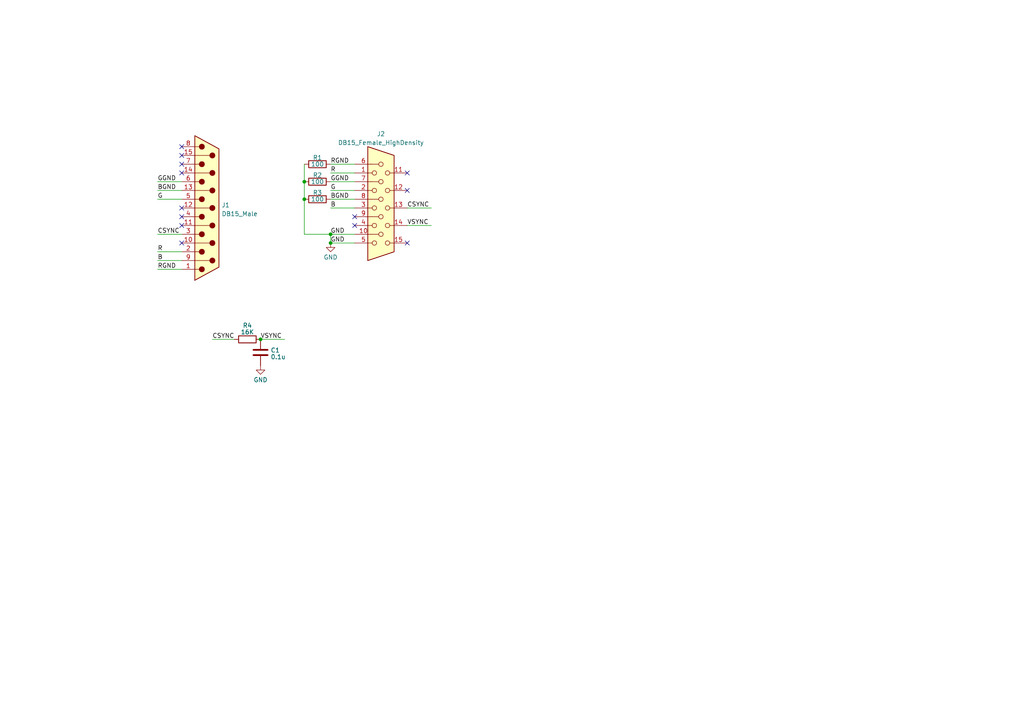
<source format=kicad_sch>
(kicad_sch (version 20230121) (generator eeschema)
  (paper "A4")
  (lib_symbols
    (symbol "Connector:DB15_Female_HighDensity" (pin_names (offset 1.016) hide)
      (property "Reference" "J" (at 0 21.59 0))
      (property "Value" "DB15_Female_HighDensity" (at 0 19.05 0))
      (symbol "DB15_Female_HighDensity_0_1"
        (circle (center -1.905 -10.16) (radius 0.635))
        (circle (center -1.905 -5.08) (radius 0.635))
        (circle (center -1.905 0) (radius 0.635))
        (circle (center -1.905 5.08) (radius 0.635))
        (circle (center -1.905 10.16) (radius 0.635))
        (circle (center 0 -7.62) (radius 0.635))
        (circle (center 0 -2.54) (radius 0.635))
        (polyline (pts (xy -3.175 7.62) (xy -0.635 7.62)))
        (polyline (pts (xy -0.635 -7.62) (xy -3.175 -7.62)))
        (polyline (pts (xy -0.635 -2.54) (xy -3.175 -2.54)))
        (polyline (pts (xy -0.635 2.54) (xy -3.175 2.54)))
        (polyline (pts (xy -0.635 12.7) (xy -3.175 12.7)))
        (polyline (pts (xy -3.81 17.78) (xy -3.81 -15.24) (xy 3.81 -12.7) (xy 3.81 15.24) (xy -3.81 17.78)) (stroke (width 0.254)) (fill (type background)))
        (circle (center 0 2.54) (radius 0.635))
        (circle (center 0 7.62) (radius 0.635))
        (circle (center 0 12.7) (radius 0.635))
        (circle (center 1.905 -10.16) (radius 0.635))
        (circle (center 1.905 -5.08) (radius 0.635))
        (circle (center 1.905 0) (radius 0.635))
        (circle (center 1.905 5.08) (radius 0.635))
        (circle (center 1.905 10.16) (radius 0.635))
      )
      (symbol "DB15_Female_HighDensity_1_1"
        (pin passive line (at -7.62 10.16 0) (length 5.08) (name "~") (number "1"))
        (pin passive line (at -7.62 -7.62 0) (length 5.08) (name "~") (number "10"))
        (pin passive line (at 7.62 10.16 180) (length 5.08) (name "~") (number "11"))
        (pin passive line (at 7.62 5.08 180) (length 5.08) (name "~") (number "12"))
        (pin passive line (at 7.62 0 180) (length 5.08) (name "~") (number "13"))
        (pin passive line (at 7.62 -5.08 180) (length 5.08) (name "~") (number "14"))
        (pin passive line (at 7.62 -10.16 180) (length 5.08) (name "~") (number "15"))
        (pin passive line (at -7.62 5.08 0) (length 5.08) (name "~") (number "2"))
        (pin passive line (at -7.62 0 0) (length 5.08) (name "~") (number "3"))
        (pin passive line (at -7.62 -5.08 0) (length 5.08) (name "~") (number "4"))
        (pin passive line (at -7.62 -10.16 0) (length 5.08) (name "~") (number "5"))
        (pin passive line (at -7.62 12.7 0) (length 5.08) (name "~") (number "6"))
        (pin passive line (at -7.62 7.62 0) (length 5.08) (name "~") (number "7"))
        (pin passive line (at -7.62 2.54 0) (length 5.08) (name "~") (number "8"))
        (pin passive line (at -7.62 -2.54 0) (length 5.08) (name "~") (number "9"))
      )
    )
    (symbol "Connector:DB15_Male" (pin_names (offset 1.016) hide)
      (property "Reference" "J" (at 0.508 21.59 0))
      (property "Value" "DB15_Male" (at 0 -22.225 0))
      (symbol "DB15_Male_0_1"
        (circle (center -1.778 -17.78) (radius 0.762) (fill (type outline)))
        (circle (center -1.778 -12.7) (radius 0.762) (fill (type outline)))
        (circle (center -1.778 -7.62) (radius 0.762) (fill (type outline)))
        (circle (center -1.778 -2.54) (radius 0.762) (fill (type outline)))
        (circle (center -1.778 2.54) (radius 0.762) (fill (type outline)))
        (circle (center -1.778 7.62) (radius 0.762) (fill (type outline)))
        (circle (center -1.778 12.7) (radius 0.762) (fill (type outline)))
        (circle (center -1.778 17.78) (radius 0.762) (fill (type outline)))
        (polyline (pts (xy -3.81 -17.78) (xy -2.54 -17.78)))
        (polyline (pts (xy -3.81 -15.24) (xy 0.508 -15.24)))
        (polyline (pts (xy -3.81 -12.7) (xy -2.54 -12.7)))
        (polyline (pts (xy -3.81 -10.16) (xy 0.508 -10.16)))
        (polyline (pts (xy -3.81 -7.62) (xy -2.54 -7.62)))
        (polyline (pts (xy -3.81 -5.08) (xy 0.508 -5.08)))
        (polyline (pts (xy -3.81 -2.54) (xy -2.54 -2.54)))
        (polyline (pts (xy -3.81 0) (xy 0.508 0)))
        (polyline (pts (xy -3.81 2.54) (xy -2.54 2.54)))
        (polyline (pts (xy -3.81 5.08) (xy 0.508 5.08)))
        (polyline (pts (xy -3.81 7.62) (xy -2.54 7.62)))
        (polyline (pts (xy -3.81 10.16) (xy 0.508 10.16)))
        (polyline (pts (xy -3.81 12.7) (xy -2.54 12.7)))
        (polyline (pts (xy -3.81 15.24) (xy 0.508 15.24)))
        (polyline (pts (xy -3.81 17.78) (xy -2.54 17.78)))
        (polyline (pts (xy -3.81 -20.955) (xy 3.175 -17.145) (xy 3.175 17.145) (xy -3.81 20.955) (xy -3.81 -20.955)) (stroke (width 0.254)) (fill (type background)))
        (circle (center 1.27 -15.24) (radius 0.762) (fill (type outline)))
        (circle (center 1.27 -10.16) (radius 0.762) (fill (type outline)))
        (circle (center 1.27 -5.08) (radius 0.762) (fill (type outline)))
        (circle (center 1.27 0) (radius 0.762) (fill (type outline)))
        (circle (center 1.27 5.08) (radius 0.762) (fill (type outline)))
        (circle (center 1.27 10.16) (radius 0.762) (fill (type outline)))
        (circle (center 1.27 15.24) (radius 0.762) (fill (type outline)))
      )
      (symbol "DB15_Male_1_1"
        (pin passive line (at -7.62 -17.78 0) (length 3.81) (name "1") (number "1"))
        (pin passive line (at -7.62 -10.16 0) (length 3.81) (name "P10") (number "10"))
        (pin passive line (at -7.62 -5.08 0) (length 3.81) (name "P111") (number "11"))
        (pin passive line (at -7.62 0 0) (length 3.81) (name "P12") (number "12"))
        (pin passive line (at -7.62 5.08 0) (length 3.81) (name "P13") (number "13"))
        (pin passive line (at -7.62 10.16 0) (length 3.81) (name "P14") (number "14"))
        (pin passive line (at -7.62 15.24 0) (length 3.81) (name "P15") (number "15"))
        (pin passive line (at -7.62 -12.7 0) (length 3.81) (name "2") (number "2"))
        (pin passive line (at -7.62 -7.62 0) (length 3.81) (name "3") (number "3"))
        (pin passive line (at -7.62 -2.54 0) (length 3.81) (name "4") (number "4"))
        (pin passive line (at -7.62 2.54 0) (length 3.81) (name "5") (number "5"))
        (pin passive line (at -7.62 7.62 0) (length 3.81) (name "6") (number "6"))
        (pin passive line (at -7.62 12.7 0) (length 3.81) (name "7") (number "7"))
        (pin passive line (at -7.62 17.78 0) (length 3.81) (name "8") (number "8"))
        (pin passive line (at -7.62 -15.24 0) (length 3.81) (name "P9") (number "9"))
      )
    )
    (symbol "Device:C" (pin_numbers hide) (pin_names (offset 0.254))
      (property "Reference" "C" (at 0.635 2.54 0))
      (property "Value" "C" (at 0.635 -2.54 0))
      (symbol "C_0_1"
        (polyline (pts (xy -2.032 -0.762) (xy 2.032 -0.762)) (stroke (width 0.508)))
        (polyline (pts (xy -2.032 0.762) (xy 2.032 0.762)) (stroke (width 0.508)))
      )
      (symbol "C_1_1"
        (pin passive line (at 0 3.81 270) (length 2.794) (name "~") (number "1"))
        (pin passive line (at 0 -3.81 90) (length 2.794) (name "~") (number "2"))
      )
    )
    (symbol "Device:R" (pin_numbers hide) (pin_names (offset 0))
      (property "Reference" "R" (at 2.032 0 90))
      (property "Value" "R" (at 0 0 90))
      (symbol "R_0_1"
        (rectangle (start -1.016 -2.54) (end 1.016 2.54) (stroke (width 0.254)))
      )
      (symbol "R_1_1"
        (pin passive line (at 0 3.81 270) (length 1.27) (name "~") (number "1"))
        (pin passive line (at 0 -3.81 90) (length 1.27) (name "~") (number "2"))
      )
    )
    (symbol "power:GND" (power) (pin_names (offset 0))
      (property "Value" "GND" (at 0 -3.81 0))
      (symbol "GND_0_1"
        (polyline (pts (xy 0 0) (xy 0 -1.27) (xy 1.27 -1.27) (xy 0 -2.54) (xy -1.27 -1.27) (xy 0 -1.27)))
      )
      (symbol "GND_1_1"
        (pin power_in line (at 0 0 270) (length 0) hide (name "GND") (number "1"))
      )
    )
  )
  (junction (at 75.565 98.425))
  (junction (at 88.265 52.705))
  (junction (at 88.265 57.785))
  (junction (at 95.885 67.945))
  (junction (at 95.885 70.485))
  (no_connect (at 52.705 65.405))
  (no_connect (at 52.705 45.085))
  (no_connect (at 102.87 62.865))
  (no_connect (at 118.11 50.165))
  (no_connect (at 102.87 65.405))
  (no_connect (at 52.705 60.325))
  (no_connect (at 52.705 62.865))
  (no_connect (at 52.705 47.625))
  (no_connect (at 118.11 70.485))
  (no_connect (at 52.705 50.165))
  (no_connect (at 52.705 42.545))
  (no_connect (at 52.705 70.485))
  (no_connect (at 118.11 55.245))
  (wire (pts (xy 118.11 65.405) (xy 125.095 65.405)))
  (wire (pts (xy 95.885 57.785) (xy 102.87 57.785)))
  (wire (pts (xy 95.885 67.945) (xy 102.87 67.945)))
  (wire (pts (xy 45.72 55.245) (xy 52.705 55.245)))
  (wire (pts (xy 118.11 60.325) (xy 125.095 60.325)))
  (wire (pts (xy 88.265 67.945) (xy 95.885 67.945)))
  (wire (pts (xy 95.885 55.245) (xy 102.87 55.245)))
  (wire (pts (xy 61.595 98.425) (xy 67.945 98.425)))
  (wire (pts (xy 88.265 52.705) (xy 88.265 57.785)))
  (wire (pts (xy 45.72 57.785) (xy 52.705 57.785)))
  (wire (pts (xy 45.72 52.705) (xy 52.705 52.705)))
  (wire (pts (xy 45.72 78.105) (xy 52.705 78.105)))
  (wire (pts (xy 95.885 52.705) (xy 102.87 52.705)))
  (wire (pts (xy 88.265 57.785) (xy 88.265 67.945)))
  (wire (pts (xy 95.885 60.325) (xy 102.87 60.325)))
  (wire (pts (xy 75.565 98.425) (xy 82.55 98.425)))
  (wire (pts (xy 45.72 73.025) (xy 52.705 73.025)))
  (wire (pts (xy 95.885 50.165) (xy 102.87 50.165)))
  (wire (pts (xy 88.265 47.625) (xy 88.265 52.705)))
  (wire (pts (xy 95.885 70.485) (xy 102.87 70.485)))
  (wire (pts (xy 95.885 67.945) (xy 95.885 70.485)))
  (wire (pts (xy 45.72 67.945) (xy 52.705 67.945)))
  (wire (pts (xy 95.885 47.625) (xy 102.87 47.625)))
  (wire (pts (xy 45.72 75.565) (xy 52.705 75.565)))
  (label "GND" (at 95.885 67.945 0))
  (label "VSYNC" (at 118.11 65.405 0))
  (label "RGND" (at 95.885 47.625 0))
  (label "CSYNC" (at 61.595 98.425 0))
  (label "R" (at 95.885 50.165 0))
  (label "R" (at 45.72 73.025 0))
  (label "BGND" (at 95.885 57.785 0))
  (label "BGND" (at 45.72 55.245 0))
  (label "GND" (at 95.885 70.485 0))
  (label "G" (at 95.885 55.245 0))
  (label "RGND" (at 45.72 78.105 0))
  (label "B" (at 95.885 60.325 0))
  (label "GGND" (at 45.72 52.705 0))
  (label "B" (at 45.72 75.565 0))
  (label "GGND" (at 95.885 52.705 0))
  (label "G" (at 45.72 57.785 0))
  (label "VSYNC" (at 75.565 98.425 0))
  (label "CSYNC" (at 45.72 67.945 0))
  (label "CSYNC" (at 118.11 60.325 0))
  (symbol (lib_id "Device:C") (at 75.565 102.235 0) (unit 1)
    (property "Reference" "C1" (at 78.486 101.5913 0) (effects (justify left)))
    (property "Value" "0.1u" (at 78.486 103.5123 0) (effects (justify left)))
    (property "Footprint" "Capacitor_SMD:C_0603_1608Metric" (effects hide))
  )
  (symbol (lib_id "power:GND") (at 95.885 70.485 0) (unit 1)
    (property "Reference" "#PWR01" (effects hide))
    (property "Value" "GND" (at 95.885 74.6205 0))
  )
  (symbol (lib_id "Connector:DB15_Male") (at 60.325 60.325 0) (unit 1)
    (property "Reference" "J1" (at 64.262 59.4903 0) (effects (justify left)))
    (property "Value" "DB15_Male" (at 64.262 62.0272 0) (effects (justify left)))
    (property "Footprint" "Connector_Dsub:DSUB-15_Male_Horizontal_P2.77x2.84mm_EdgePinOffset7.70mm_Housed_MountingHolesOffset9.12mm" (effects hide))
    (property "Datasheet" " ~" (effects hide))
  )
  (symbol (lib_id "Device:R") (at 92.075 47.625 90) (unit 1)
    (property "Reference" "R1" (at 92.075 45.72 90))
    (property "Value" "100" (at 92.075 47.625 90))
    (property "Footprint" "Resistor_SMD:R_0603_1608Metric" (effects hide))
  )
  (symbol (lib_id "Device:R") (at 71.755 98.425 90) (unit 1)
    (property "Reference" "R4" (at 71.755 94.3991 90))
    (property "Value" "16K" (at 71.755 96.3201 90))
    (property "Footprint" "Resistor_SMD:R_0603_1608Metric" (effects hide))
  )
  (symbol (lib_id "power:GND") (at 75.565 106.045 0) (unit 1)
    (property "Reference" "#PWR02" (effects hide))
    (property "Value" "GND" (at 75.565 110.1805 0))
  )
  (symbol (lib_id "Connector:DB15_Female_HighDensity") (at 110.49 60.325 0) (unit 1)
    (property "Reference" "J2" (at 110.49 38.8452 0))
    (property "Value" "DB15_Female_HighDensity" (at 110.49 41.3821 0))
    (property "Footprint" "toyoshim:DSUB-15-HD_Female_A_HDF15A_KG_TAXB" (effects hide))
    (property "Datasheet" " ~" (effects hide))
  )
  (symbol (lib_id "Device:R") (at 92.075 52.705 90) (unit 1)
    (property "Reference" "R2" (at 92.075 50.8 90))
    (property "Value" "100" (at 92.075 52.705 90))
    (property "Footprint" "Resistor_SMD:R_0603_1608Metric" (effects hide))
  )
  (symbol (lib_id "Device:R") (at 92.075 57.785 90) (unit 1)
    (property "Reference" "R3" (at 92.075 55.88 90))
    (property "Value" "100" (at 92.075 57.785 90))
    (property "Footprint" "Resistor_SMD:R_0603_1608Metric" (effects hide))
  )
)
</source>
